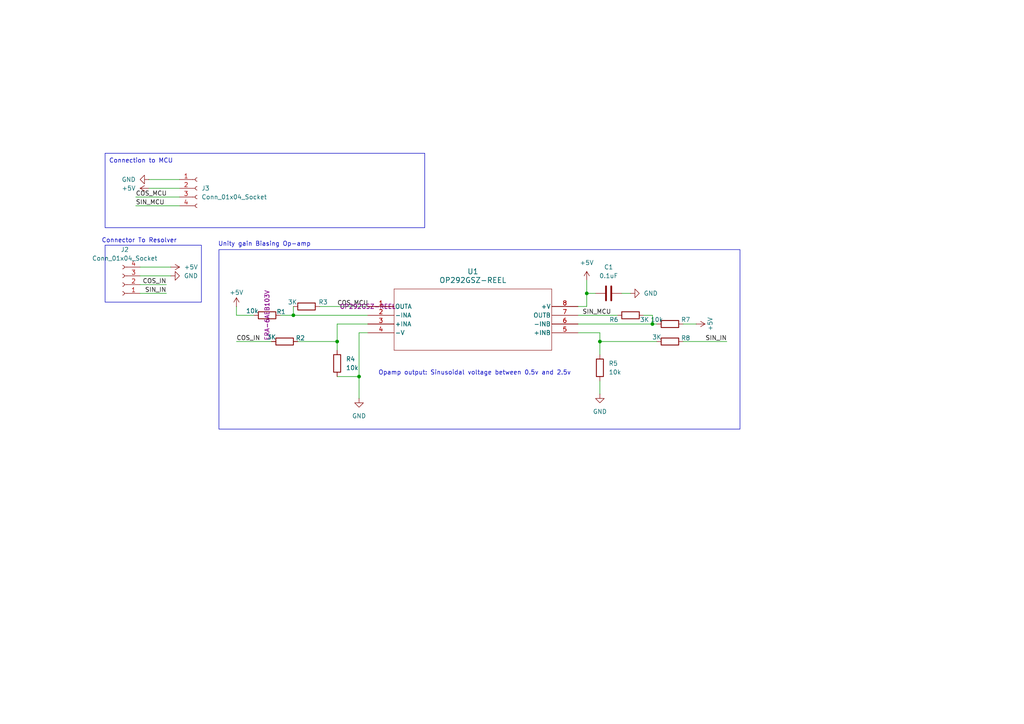
<source format=kicad_sch>
(kicad_sch (version 20250114) (generator "eeschema") (generator_version "9.0")
  (paper "A4")
  (lib_symbols
    (symbol "Connector:Conn_01x04_Socket" (pin_names (offset 1.016) (hide yes))
      (property "Reference" "J" (at 0 5.08 0))
      (property "Value" "Conn_01x04_Socket" (at 0 -7.62 0))
      (symbol "Conn_01x04_Socket_1_1"
        (polyline (pts (xy -1.27 2.54) (xy -0.508 2.54)) (stroke (width 0.1524)))
        (polyline (pts (xy -1.27 0) (xy -0.508 0)) (stroke (width 0.1524)))
        (polyline (pts (xy -1.27 -2.54) (xy -0.508 -2.54)) (stroke (width 0.1524)))
        (polyline (pts (xy -1.27 -5.08) (xy -0.508 -5.08)) (stroke (width 0.1524)))
        (arc (start 0 2.032) (mid -0.5058 2.54) (end 0 3.048) (stroke (width 0.1524)))
        (arc (start 0 -0.508) (mid -0.5058 0) (end 0 0.508) (stroke (width 0.1524)))
        (arc (start 0 -3.048) (mid -0.5058 -2.54) (end 0 -2.032) (stroke (width 0.1524)))
        (arc (start 0 -5.588) (mid -0.5058 -5.08) (end 0 -4.572) (stroke (width 0.1524)))
        (pin passive line (at -5.08 2.54 0) (length 3.81) (name "Pin_1") (number "1"))
        (pin passive line (at -5.08 0 0) (length 3.81) (name "Pin_2") (number "2"))
        (pin passive line (at -5.08 -2.54 0) (length 3.81) (name "Pin_3") (number "3"))
        (pin passive line (at -5.08 -5.08 0) (length 3.81) (name "Pin_4") (number "4"))
      )
    )
    (symbol "Device:C" (pin_numbers (hide yes)) (pin_names (offset 0.254))
      (property "Reference" "C" (at 0.635 2.54 0))
      (property "Value" "C" (at 0.635 -2.54 0))
      (symbol "C_0_1"
        (polyline (pts (xy -2.032 0.762) (xy 2.032 0.762)) (stroke (width 0.508)))
        (polyline (pts (xy -2.032 -0.762) (xy 2.032 -0.762)) (stroke (width 0.508)))
      )
      (symbol "C_1_1"
        (pin passive line (at 0 3.81 270) (length 2.794) (name "~") (number "1"))
        (pin passive line (at 0 -3.81 90) (length 2.794) (name "~") (number "2"))
      )
    )
    (symbol "Device:R" (pin_numbers (hide yes)) (pin_names (offset 0))
      (property "Reference" "R" (at 2.032 0 90))
      (property "Value" "R" (at 0 0 90))
      (symbol "R_0_1"
        (rectangle (start -1.016 -2.54) (end 1.016 2.54) (stroke (width 0.254)))
      )
      (symbol "R_1_1"
        (pin passive line (at 0 3.81 270) (length 1.27) (name "~") (number "1"))
        (pin passive line (at 0 -3.81 90) (length 1.27) (name "~") (number "2"))
      )
    )
    (symbol "OP292GSZ-REEL:OP292GSZ-REEL" (pin_names (offset 0.254))
      (property "Reference" "U" (at 30.48 10.16 0))
      (property "Value" "OP292GSZ-REEL" (at 30.48 7.62 0))
      (symbol "OP292GSZ-REEL_0_1"
        (polyline (pts (xy 7.62 5.08) (xy 7.62 -12.7)) (stroke (width 0.127)))
        (polyline (pts (xy 7.62 -12.7) (xy 53.34 -12.7)) (stroke (width 0.127)))
        (polyline (pts (xy 53.34 5.08) (xy 7.62 5.08)) (stroke (width 0.127)))
        (polyline (pts (xy 53.34 -12.7) (xy 53.34 5.08)) (stroke (width 0.127)))
        (pin unspecified line (at 0 0 0) (length 7.62) (name "OUTA") (number "1"))
        (pin unspecified line (at 0 -2.54 0) (length 7.62) (name "-INA") (number "2"))
        (pin unspecified line (at 0 -5.08 0) (length 7.62) (name "+INA") (number "3"))
        (pin power_in line (at 0 -7.62 0) (length 7.62) (name "-V") (number "4"))
        (pin power_in line (at 60.96 0 180) (length 7.62) (name "+V") (number "8"))
        (pin unspecified line (at 60.96 -2.54 180) (length 7.62) (name "OUTB") (number "7"))
        (pin unspecified line (at 60.96 -5.08 180) (length 7.62) (name "-INB") (number "6"))
        (pin unspecified line (at 60.96 -7.62 180) (length 7.62) (name "+INB") (number "5"))
      )
    )
    (symbol "power:+5V" (power) (pin_numbers (hide yes)) (pin_names (offset 0) (hide yes))
      (property "Value" "+5V" (at 0 3.556 0))
      (symbol "+5V_0_1"
        (polyline (pts (xy -0.762 1.27) (xy 0 2.54)))
        (polyline (pts (xy 0 2.54) (xy 0.762 1.27)))
        (polyline (pts (xy 0 0) (xy 0 2.54)))
      )
      (symbol "+5V_1_1"
        (pin power_in line (at 0 0 90) (length 0) (name "~") (number "1"))
      )
    )
    (symbol "power:GND" (power) (pin_numbers (hide yes)) (pin_names (offset 0) (hide yes))
      (property "Value" "GND" (at 0 -3.81 0))
      (symbol "GND_0_1"
        (polyline (pts (xy 0 0) (xy 0 -1.27) (xy 1.27 -1.27) (xy 0 -2.54) (xy -1.27 -1.27) (xy 0 -1.27)))
      )
      (symbol "GND_1_1"
        (pin power_in line (at 0 0 270) (length 0) (name "~") (number "1"))
      )
    )
  )
  (rectangle (start 30.48 44.45) (end 123.19 66.04))
  (rectangle (start 63.5 72.39) (end 214.63 124.46))
  (rectangle (start 30.48 71.12) (end 58.42 87.63))
  (text "Opamp output: Sinusoidal voltage between 0.5v and 2.5v" (at 137.668 108.204 0) (effects (font (size 1.27 1.27))))
  (text "Connector To Resolver\n" (at 40.386 69.85 0) (effects (font (size 1.27 1.27))))
  (text "Connection to MCU" (at 40.894 46.736 0) (effects (font (size 1.27 1.27))))
  (text "Unity gain Biasing Op-amp" (at 76.708 70.866 0) (effects (font (size 1.27 1.27))))
  (junction (at 97.79 99.06))
  (junction (at 173.99 99.06))
  (junction (at 170.18 85.09))
  (junction (at 85.09 91.44))
  (junction (at 189.23 93.98))
  (junction (at 104.14 109.22))
  (wire (pts (xy 173.99 99.06) (xy 190.5 99.06)))
  (wire (pts (xy 167.64 91.44) (xy 179.07 91.44)))
  (wire (pts (xy 40.64 77.47) (xy 49.53 77.47)))
  (wire (pts (xy 104.14 96.52) (xy 104.14 109.22)))
  (wire (pts (xy 81.28 91.44) (xy 85.09 91.44)))
  (wire (pts (xy 173.99 96.52) (xy 167.64 96.52)))
  (wire (pts (xy 104.14 96.52) (xy 106.68 96.52)))
  (wire (pts (xy 97.79 101.6) (xy 97.79 99.06)))
  (wire (pts (xy 173.99 99.06) (xy 173.99 96.52)))
  (wire (pts (xy 86.36 99.06) (xy 97.79 99.06)))
  (wire (pts (xy 68.58 88.9) (xy 68.58 91.44)))
  (wire (pts (xy 43.18 54.61) (xy 52.07 54.61)))
  (wire (pts (xy 85.09 91.44) (xy 106.68 91.44)))
  (wire (pts (xy 173.99 102.87) (xy 173.99 99.06)))
  (wire (pts (xy 170.18 85.09) (xy 172.72 85.09)))
  (wire (pts (xy 189.23 91.44) (xy 189.23 93.98)))
  (wire (pts (xy 170.18 85.09) (xy 170.18 88.9)))
  (wire (pts (xy 173.99 110.49) (xy 173.99 114.3)))
  (wire (pts (xy 167.64 93.98) (xy 189.23 93.98)))
  (wire (pts (xy 40.64 85.09) (xy 48.26 85.09)))
  (wire (pts (xy 170.18 85.09) (xy 170.18 81.28)))
  (wire (pts (xy 97.79 109.22) (xy 104.14 109.22)))
  (wire (pts (xy 104.14 115.57) (xy 104.14 109.22)))
  (wire (pts (xy 40.64 80.01) (xy 49.53 80.01)))
  (wire (pts (xy 180.34 85.09) (xy 182.88 85.09)))
  (wire (pts (xy 43.18 52.07) (xy 52.07 52.07)))
  (wire (pts (xy 190.5 93.98) (xy 189.23 93.98)))
  (wire (pts (xy 85.09 88.9) (xy 85.09 91.44)))
  (wire (pts (xy 97.79 99.06) (xy 97.79 93.98)))
  (wire (pts (xy 40.64 82.55) (xy 48.26 82.55)))
  (wire (pts (xy 92.71 88.9) (xy 106.68 88.9)))
  (wire (pts (xy 97.79 93.98) (xy 106.68 93.98)))
  (wire (pts (xy 52.07 59.69) (xy 39.37 59.69)))
  (wire (pts (xy 167.64 88.9) (xy 170.18 88.9)))
  (wire (pts (xy 68.58 99.06) (xy 78.74 99.06)))
  (wire (pts (xy 73.66 91.44) (xy 68.58 91.44)))
  (wire (pts (xy 189.23 91.44) (xy 186.69 91.44)))
  (wire (pts (xy 198.12 99.06) (xy 210.82 99.06)))
  (wire (pts (xy 52.07 57.15) (xy 39.37 57.15)))
  (wire (pts (xy 198.12 93.98) (xy 201.93 93.98)))
  (label "SIN_MCU" (at 168.91 91.44 0))
  (label "COS_IN" (at 68.58 99.06 0))
  (label "SIN_MCU" (at 39.37 59.69 0))
  (label "COS_MCU" (at 39.37 57.15 0))
  (label "COS_IN" (at 48.26 82.55 180))
  (label "SIN_IN" (at 48.26 85.09 180))
  (label "COS_MCU" (at 97.79 88.9 0))
  (label "SIN_IN" (at 210.82 99.06 180))
  (symbol (lib_id "power:GND") (at 104.14 115.57 0) (unit 1)
    (property "Reference" "#PWR06" (effects (hide yes)))
    (property "Value" "GND" (at 104.14 120.65 0))
    (property "Description" "Power symbol creates a global label with name \"GND\" , ground" (effects (hide yes)))
  )
  (symbol (lib_id "power:GND") (at 49.53 80.01 90) (unit 1)
    (property "Reference" "#PWR04" (effects (hide yes)))
    (property "Value" "GND" (at 53.34 80.0099 90) (effects (justify right)))
    (property "Description" "Power symbol creates a global label with name \"GND\" , ground" (effects (hide yes)))
  )
  (symbol (lib_id "power:GND") (at 173.99 114.3 0) (unit 1)
    (property "Reference" "#PWR08" (effects (hide yes)))
    (property "Value" "GND" (at 173.99 119.38 0))
    (property "Description" "Power symbol creates a global label with name \"GND\" , ground" (effects (hide yes)))
  )
  (symbol (lib_id "Device:R") (at 77.47 91.44 90) (unit 1)
    (property "Reference" "R1" (at 81.534 90.424 90))
    (property "Value" "10k" (at 73.152 90.17 90))
    (property "Footprint" "Resistor_SMD:R_0805_2012Metric" (effects (hide yes)))
    (property "Datasheet" "https://industrial.panasonic.com/cdbs/www-data/pdf/RDM0000/AOA0000C307.pdf" (effects (hide yes)))
    (property "Description" "ERA-6AEB103V" (effects (hide yes)))
    (property "Part Number" "ERA-6AEB103V" (at 77.47 91.44 0))
  )
  (symbol (lib_id "Device:R") (at 194.31 99.06 90) (unit 1)
    (property "Reference" "R8" (at 198.882 98.044 90))
    (property "Value" "3K" (at 190.5 97.79 90))
    (property "Footprint" "Resistor_SMD:R_0805_2012Metric" (effects (hide yes)))
    (property "Datasheet" "https://www.digikey.ca/en/products/detail/te-connectivity-passive-product/CRG0805F3K0/2380900" (effects (hide yes)))
    (property "Description" "RES SMD 3K OHM 1% 1/8W 0805" (effects (hide yes)))
    (property "Part Number" "CRG0805F3K0" (effects (hide yes)))
  )
  (symbol (lib_id "Device:R") (at 82.55 99.06 90) (unit 1)
    (property "Reference" "R2" (at 87.122 98.044 90))
    (property "Value" "3K" (at 78.74 97.79 90))
    (property "Footprint" "Resistor_SMD:R_0805_2012Metric" (effects (hide yes)))
    (property "Datasheet" "https://www.digikey.ca/en/products/detail/te-connectivity-passive-product/CRG0805F3K0/2380900" (effects (hide yes)))
    (property "Description" "RES SMD 3K OHM 1% 1/8W 0805" (effects (hide yes)))
    (property "Part Number" "CRG0805F3K0" (effects (hide yes)))
  )
  (symbol (lib_id "Device:R") (at 194.31 93.98 270) (unit 1)
    (property "Reference" "R7" (at 198.882 92.71 90))
    (property "Value" "10k" (at 190.5 92.71 90))
    (property "Footprint" "Resistor_SMD:R_0805_2012Metric" (effects (hide yes)))
    (property "Datasheet" "https://industrial.panasonic.com/cdbs/www-data/pdf/RDM0000/AOA0000C307.pdf" (effects (hide yes)))
    (property "Description" "ERA-6AEB103V" (effects (hide yes)))
    (property "Part Number" "ERA-6AEB103V" (effects (hide yes)))
  )
  (symbol (lib_id "Device:R") (at 173.99 106.68 0) (unit 1)
    (property "Reference" "R5" (at 176.53 105.4099 0) (effects (justify left)))
    (property "Value" "10k" (at 176.53 107.9499 0) (effects (justify left)))
    (property "Footprint" "Resistor_SMD:R_0805_2012Metric" (effects (hide yes)))
    (property "Datasheet" "https://industrial.panasonic.com/cdbs/www-data/pdf/RDM0000/AOA0000C307.pdf" (effects (hide yes)))
    (property "Description" "ERA-6AEB103V" (effects (hide yes)))
    (property "Part Number" "ERA-6AEB103V" (effects (hide yes)))
  )
  (symbol (lib_id "OP292GSZ-REEL:OP292GSZ-REEL") (at 106.68 88.9 0) (unit 1)
    (property "Reference" "U1" (at 137.16 78.74 0) (effects (font (size 1.524 1.524))))
    (property "Value" "OP292GSZ-REEL" (at 137.16 81.28 0) (effects (font (size 1.524 1.524))))
    (property "Footprint" "OP292GSZ-REEL:R_8_ADI" (effects (hide yes)))
    (property "Datasheet" "OP292GSZ-REEL" (effects (hide yes)))
    (property "Part Number" "OP292GSZ-REEL" (at 106.68 88.9 0))
  )
  (symbol (lib_id "Device:R") (at 182.88 91.44 90) (unit 1)
    (property "Reference" "R6" (at 178.054 92.71 90))
    (property "Value" "3K" (at 186.944 92.71 90))
    (property "Footprint" "Resistor_SMD:R_0805_2012Metric" (effects (hide yes)))
    (property "Datasheet" "https://www.digikey.ca/en/products/detail/te-connectivity-passive-product/CRG0805F3K0/2380900" (effects (hide yes)))
    (property "Description" "RES SMD 3K OHM 1% 1/8W 0805" (effects (hide yes)))
    (property "Part Number" "CRG0805F3K0" (effects (hide yes)))
  )
  (symbol (lib_id "Connector:Conn_01x04_Socket") (at 35.56 82.55 180) (unit 1)
    (property "Reference" "J2" (at 36.195 72.39 0))
    (property "Value" "Conn_01x04_Socket" (at 36.195 74.93 0))
    (property "Footprint" "Connector_PinHeader_2.54mm:PinHeader_1x04_P2.54mm_Vertical" (effects (hide yes)))
    (property "Description" "RECEPTACLE STRIP 4P 2.54MM PITCH" (effects (hide yes)))
    (property "Part Number" "RS1-04-G" (effects (hide yes)))
  )
  (symbol (lib_id "Device:R") (at 97.79 105.41 0) (unit 1)
    (property "Reference" "R4" (at 100.33 104.1399 0) (effects (justify left)))
    (property "Value" "10k" (at 100.33 106.6799 0) (effects (justify left)))
    (property "Footprint" "Resistor_SMD:R_0805_2012Metric" (effects (hide yes)))
    (property "Datasheet" "https://industrial.panasonic.com/cdbs/www-data/pdf/RDM0000/AOA0000C307.pdf" (effects (hide yes)))
    (property "Description" "ERA-6AEB103V" (effects (hide yes)))
    (property "Part Number" "ERA-6AEB103V" (effects (hide yes)))
  )
  (symbol (lib_id "Device:R") (at 88.9 88.9 270) (unit 1)
    (property "Reference" "R3" (at 93.726 87.63 90))
    (property "Value" "3K" (at 84.836 87.63 90))
    (property "Footprint" "Resistor_SMD:R_0805_2012Metric" (effects (hide yes)))
    (property "Datasheet" "https://www.digikey.ca/en/products/detail/te-connectivity-passive-product/CRG0805F3K0/2380900" (effects (hide yes)))
    (property "Description" "RES SMD 3K OHM 1% 1/8W 0805" (effects (hide yes)))
    (property "Part Number" "CRG0805F3K0" (effects (hide yes)))
  )
  (symbol (lib_id "power:GND") (at 43.18 52.07 270) (unit 1)
    (property "Reference" "#PWR02" (effects (hide yes)))
    (property "Value" "GND" (at 39.37 52.0701 90) (effects (justify right)))
    (property "Description" "Power symbol creates a global label with name \"GND\" , ground" (effects (hide yes)))
  )
  (symbol (lib_id "power:+5V") (at 68.58 88.9 0) (unit 1)
    (property "Reference" "#PWR05" (effects (hide yes)))
    (property "Value" "+5V" (at 68.58 84.836 0))
    (property "Description" "Power symbol creates a global label with name \"+5V\"" (effects (hide yes)))
  )
  (symbol (lib_id "power:GND") (at 182.88 85.09 90) (unit 1)
    (property "Reference" "#PWR09" (effects (hide yes)))
    (property "Value" "GND" (at 186.69 85.0899 90) (effects (justify right)))
    (property "Description" "Power symbol creates a global label with name \"GND\" , ground" (effects (hide yes)))
  )
  (symbol (lib_id "power:+5V") (at 201.93 93.98 270) (unit 1)
    (property "Reference" "#PWR010" (effects (hide yes)))
    (property "Value" "+5V" (at 205.994 93.98 0))
    (property "Description" "Power symbol creates a global label with name \"+5V\"" (effects (hide yes)))
  )
  (symbol (lib_id "Connector:Conn_01x04_Socket") (at 57.15 54.61 0) (unit 1)
    (property "Reference" "J3" (at 58.42 54.6099 0) (effects (justify left)))
    (property "Value" "Conn_01x04_Socket" (at 58.42 57.1499 0) (effects (justify left)))
    (property "Footprint" "Connector_PinHeader_2.54mm:PinHeader_1x04_P2.54mm_Vertical" (effects (hide yes)))
    (property "Description" "RECEPTACLE STRIP 4P 2.54MM PITCH" (effects (hide yes)))
    (property "Part Number" "RS1-04-G" (effects (hide yes)))
  )
  (symbol (lib_id "power:+5V") (at 49.53 77.47 270) (unit 1)
    (property "Reference" "#PWR03" (effects (hide yes)))
    (property "Value" "+5V" (at 53.34 77.4699 90) (effects (justify left)))
    (property "Description" "Power symbol creates a global label with name \"+5V\"" (effects (hide yes)))
  )
  (symbol (lib_id "power:+5V") (at 43.18 54.61 90) (unit 1)
    (property "Reference" "#PWR01" (effects (hide yes)))
    (property "Value" "+5V" (at 39.37 54.6101 90) (effects (justify left)))
    (property "Description" "Power symbol creates a global label with name \"+5V\"" (effects (hide yes)))
  )
  (symbol (lib_id "Device:C") (at 176.53 85.09 90) (unit 1)
    (property "Reference" "C1" (at 176.53 77.47 90))
    (property "Value" "0.1uF" (at 176.53 80.01 90))
    (property "Footprint" "Capacitor_SMD:C_0805_2012Metric" (effects (hide yes)))
    (property "Datasheet" "https://www.digikey.ca/en/products/detail/kyocera-avx/0805ZD104KAT2A/1603455" (effects (hide yes)))
    (property "Description" "CAP CER 0.1UF 10V X5R 0805" (effects (hide yes)))
    (property "Part Number" "0805ZD104KAT2A" (effects (hide yes)))
  )
  (symbol (lib_id "power:+5V") (at 170.18 81.28 0) (unit 1)
    (property "Reference" "#PWR07" (effects (hide yes)))
    (property "Value" "+5V" (at 170.18 76.2 0))
    (property "Description" "Power symbol creates a global label with name \"+5V\"" (effects (hide yes)))
  )
)
</source>
